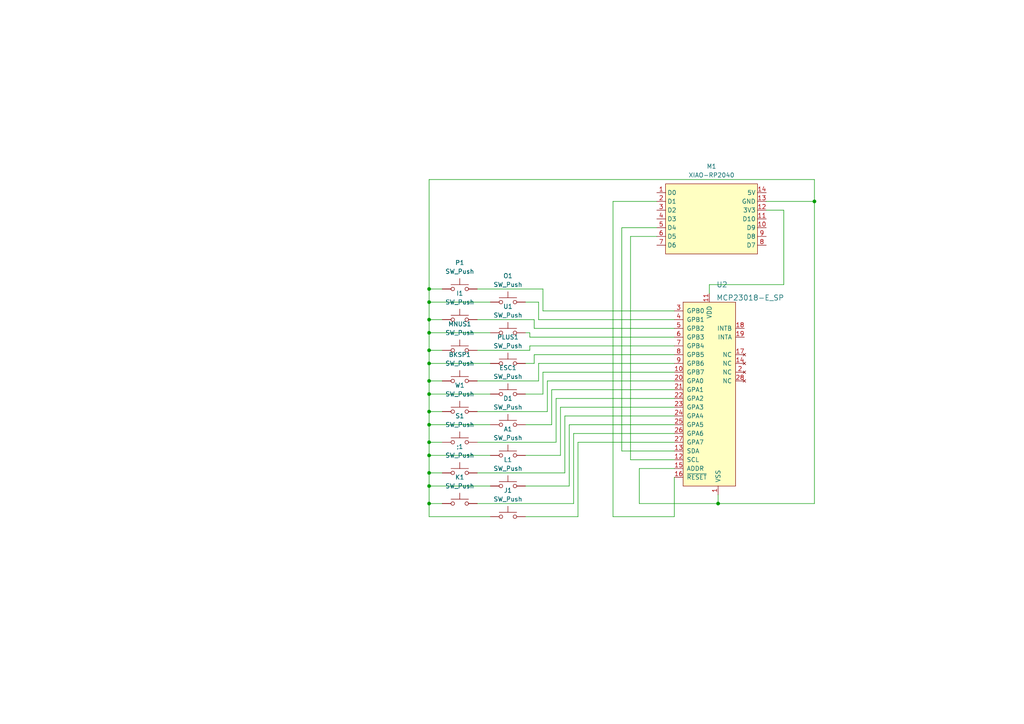
<source format=kicad_sch>
(kicad_sch (version 20211123) (generator eeschema)
  (paper "A4")
  (lib_symbols
    (symbol "Switch:SW_Push" (pin_numbers hide) (pin_names (offset 1.016) hide)
      (property "Reference" "SW" (at 1.27 2.54 0))
      (property "Value" "SW_Push" (at 0 -1.524 0))
      (symbol "SW_Push_0_1"
        (circle (center -2.032 0) (radius 0.508))
        (polyline (pts (xy 0 1.27) (xy 0 3.048)))
        (polyline (pts (xy 2.54 1.27) (xy -2.54 1.27)))
        (circle (center 2.032 0) (radius 0.508))
        (pin passive line (at -5.08 0 0) (length 2.54) (name "1") (number "1"))
        (pin passive line (at 5.08 0 180) (length 2.54) (name "2") (number "2"))
      )
    )
    (symbol "dk_Interface-I-O-Expanders:MCP23018-E_SP" (pin_names (offset 1.016))
      (property "Reference" "U" (at -2.54 19.05 0))
      (property "Value" "MCP23018-E_SP" (at 2.54 -22.86 90))
      (symbol "MCP23018-E_SP_0_1"
        (rectangle (start -5.08 17.78) (end 10.16 -35.56) (fill (type background)))
      )
      (symbol "MCP23018-E_SP_1_1"
        (pin power_in line (at 5.08 -38.1 90) (length 2.54) (name "VSS") (number "1"))
        (pin bidirectional line (at -7.62 -2.54 0) (length 2.54) (name "GPB7") (number "10"))
        (pin power_in line (at 2.54 20.32 270) (length 2.54) (name "VDD") (number "11"))
        (pin input line (at -7.62 -27.94 0) (length 2.54) (name "SCL") (number "12"))
        (pin bidirectional line (at -7.62 -25.4 0) (length 2.54) (name "SDA") (number "13"))
        (pin no_connect line (at 12.7 0 180) (length 2.54) (name "NC") (number "14"))
        (pin input line (at -7.62 -30.48 0) (length 2.54) (name "ADDR") (number "15"))
        (pin input line (at -7.62 -33.02 0) (length 2.54) (name "~{RESET}") (number "16"))
        (pin no_connect line (at 12.7 2.54 180) (length 2.54) (name "NC") (number "17"))
        (pin output line (at 12.7 10.16 180) (length 2.54) (name "INTB") (number "18"))
        (pin output line (at 12.7 7.62 180) (length 2.54) (name "INTA") (number "19"))
        (pin no_connect line (at 12.7 -2.54 180) (length 2.54) (name "NC") (number "2"))
        (pin bidirectional line (at -7.62 -5.08 0) (length 2.54) (name "GPA0") (number "20"))
        (pin bidirectional line (at -7.62 -7.62 0) (length 2.54) (name "GPA1") (number "21"))
        (pin bidirectional line (at -7.62 -10.16 0) (length 2.54) (name "GPA2") (number "22"))
        (pin bidirectional line (at -7.62 -12.7 0) (length 2.54) (name "GPA3") (number "23"))
        (pin bidirectional line (at -7.62 -15.24 0) (length 2.54) (name "GPA4") (number "24"))
        (pin bidirectional line (at -7.62 -17.78 0) (length 2.54) (name "GPA5") (number "25"))
        (pin bidirectional line (at -7.62 -20.32 0) (length 2.54) (name "GPA6") (number "26"))
        (pin bidirectional line (at -7.62 -22.86 0) (length 2.54) (name "GPA7") (number "27"))
        (pin no_connect line (at 12.7 -5.08 180) (length 2.54) (name "NC") (number "28"))
        (pin bidirectional line (at -7.62 15.24 0) (length 2.54) (name "GPB0") (number "3"))
        (pin bidirectional line (at -7.62 12.7 0) (length 2.54) (name "GPB1") (number "4"))
        (pin bidirectional line (at -7.62 10.16 0) (length 2.54) (name "GPB2") (number "5"))
        (pin bidirectional line (at -7.62 7.62 0) (length 2.54) (name "GPB3") (number "6"))
        (pin bidirectional line (at -7.62 5.08 0) (length 2.54) (name "GPB4") (number "7"))
        (pin bidirectional line (at -7.62 2.54 0) (length 2.54) (name "GPB5") (number "8"))
        (pin bidirectional line (at -7.62 0 0) (length 2.54) (name "GPB6") (number "9"))
      )
    )
    (symbol "xiao-rp2040:XIAO-RP2040"
      (property "Reference" "M" (at 0 0 0))
      (property "Value" "XIAO-RP2040" (at 0 2.54 0))
      (symbol "XIAO-RP2040_0_1"
        (rectangle (start -12.7 10.16) (end 13.97 -10.16) (fill (type background)))
      )
      (symbol "XIAO-RP2040_1_1"
        (pin bidirectional line (at -15.24 7.62 0) (length 2.54) (name "D0") (number "1"))
        (pin bidirectional line (at 16.51 -2.54 180) (length 2.54) (name "D9") (number "10"))
        (pin bidirectional line (at 16.51 0 180) (length 2.54) (name "D10") (number "11"))
        (pin power_in line (at 16.51 2.54 180) (length 2.54) (name "3V3") (number "12"))
        (pin power_in line (at 16.51 5.08 180) (length 2.54) (name "GND") (number "13"))
        (pin power_in line (at 16.51 7.62 180) (length 2.54) (name "5V") (number "14"))
        (pin bidirectional line (at -15.24 5.08 0) (length 2.54) (name "D1") (number "2"))
        (pin bidirectional line (at -15.24 2.54 0) (length 2.54) (name "D2") (number "3"))
        (pin bidirectional line (at -15.24 0 0) (length 2.54) (name "D3") (number "4"))
        (pin bidirectional line (at -15.24 -2.54 0) (length 2.54) (name "D4") (number "5"))
        (pin bidirectional line (at -15.24 -5.08 0) (length 2.54) (name "D5") (number "6"))
        (pin bidirectional line (at -15.24 -7.62 0) (length 2.54) (name "D6") (number "7"))
        (pin bidirectional line (at 16.51 -7.62 180) (length 2.54) (name "D7") (number "8"))
        (pin bidirectional line (at 16.51 -5.08 180) (length 2.54) (name "D8") (number "9"))
      )
    )
  )
  (junction (at 124.46 110.49))
  (junction (at 124.46 87.63))
  (junction (at 236.22 58.42))
  (junction (at 208.28 146.05))
  (junction (at 124.46 132.08))
  (junction (at 124.46 96.52))
  (junction (at 124.46 128.27))
  (junction (at 124.46 123.19))
  (junction (at 124.46 83.82))
  (junction (at 124.46 146.05))
  (junction (at 124.46 140.97))
  (junction (at 124.46 101.6))
  (junction (at 124.46 105.41))
  (junction (at 124.46 92.71))
  (junction (at 124.46 114.3))
  (junction (at 124.46 137.16))
  (junction (at 124.46 119.38))
  (wire (pts (xy 185.42 135.89) (xy 195.58 135.89)))
  (wire (pts (xy 156.21 110.49) (xy 156.21 105.41)))
  (wire (pts (xy 152.4 96.52) (xy 153.67 96.52)))
  (wire (pts (xy 154.94 102.87) (xy 195.58 102.87)))
  (wire (pts (xy 167.64 149.86) (xy 167.64 128.27)))
  (wire (pts (xy 156.21 92.71) (xy 156.21 87.63)))
  (wire (pts (xy 222.25 58.42) (xy 236.22 58.42)))
  (wire (pts (xy 124.46 110.49) (xy 128.27 110.49)))
  (wire (pts (xy 195.58 149.86) (xy 177.8 149.86)))
  (wire (pts (xy 156.21 87.63) (xy 152.4 87.63)))
  (wire (pts (xy 236.22 52.07) (xy 124.46 52.07)))
  (wire (pts (xy 124.46 101.6) (xy 124.46 105.41)))
  (wire (pts (xy 154.94 95.25) (xy 195.58 95.25)))
  (wire (pts (xy 182.88 68.58) (xy 182.88 133.35)))
  (wire (pts (xy 124.46 140.97) (xy 124.46 146.05)))
  (wire (pts (xy 195.58 138.43) (xy 195.58 149.86)))
  (wire (pts (xy 190.5 68.58) (xy 182.88 68.58)))
  (wire (pts (xy 138.43 146.05) (xy 166.37 146.05)))
  (wire (pts (xy 160.02 113.03) (xy 195.58 113.03)))
  (wire (pts (xy 158.75 110.49) (xy 158.75 119.38)))
  (wire (pts (xy 208.28 146.05) (xy 208.28 143.51)))
  (wire (pts (xy 124.46 105.41) (xy 142.24 105.41)))
  (wire (pts (xy 124.46 119.38) (xy 128.27 119.38)))
  (wire (pts (xy 124.46 105.41) (xy 124.46 110.49)))
  (wire (pts (xy 124.46 137.16) (xy 128.27 137.16)))
  (wire (pts (xy 124.46 123.19) (xy 142.24 123.19)))
  (wire (pts (xy 124.46 92.71) (xy 128.27 92.71)))
  (wire (pts (xy 166.37 146.05) (xy 166.37 125.73)))
  (wire (pts (xy 154.94 105.41) (xy 154.94 102.87)))
  (wire (pts (xy 138.43 137.16) (xy 163.83 137.16)))
  (wire (pts (xy 124.46 128.27) (xy 128.27 128.27)))
  (wire (pts (xy 185.42 146.05) (xy 185.42 135.89)))
  (wire (pts (xy 160.02 123.19) (xy 160.02 113.03)))
  (wire (pts (xy 182.88 133.35) (xy 195.58 133.35)))
  (wire (pts (xy 180.34 66.04) (xy 180.34 130.81)))
  (wire (pts (xy 138.43 101.6) (xy 153.67 101.6)))
  (wire (pts (xy 124.46 137.16) (xy 124.46 140.97)))
  (wire (pts (xy 236.22 58.42) (xy 236.22 146.05)))
  (wire (pts (xy 222.25 60.96) (xy 227.33 60.96)))
  (wire (pts (xy 236.22 58.42) (xy 236.22 52.07)))
  (wire (pts (xy 161.29 115.57) (xy 195.58 115.57)))
  (wire (pts (xy 124.46 83.82) (xy 124.46 87.63)))
  (wire (pts (xy 124.46 83.82) (xy 128.27 83.82)))
  (wire (pts (xy 153.67 101.6) (xy 153.67 100.33)))
  (wire (pts (xy 236.22 146.05) (xy 208.28 146.05)))
  (wire (pts (xy 142.24 114.3) (xy 124.46 114.3)))
  (wire (pts (xy 152.4 149.86) (xy 167.64 149.86)))
  (wire (pts (xy 227.33 82.55) (xy 205.74 82.55)))
  (wire (pts (xy 124.46 96.52) (xy 142.24 96.52)))
  (wire (pts (xy 152.4 140.97) (xy 165.1 140.97)))
  (wire (pts (xy 190.5 66.04) (xy 180.34 66.04)))
  (wire (pts (xy 163.83 120.65) (xy 195.58 120.65)))
  (wire (pts (xy 227.33 60.96) (xy 227.33 82.55)))
  (wire (pts (xy 157.48 83.82) (xy 157.48 90.17)))
  (wire (pts (xy 124.46 110.49) (xy 124.46 114.3)))
  (wire (pts (xy 157.48 90.17) (xy 195.58 90.17)))
  (wire (pts (xy 138.43 83.82) (xy 157.48 83.82)))
  (wire (pts (xy 124.46 146.05) (xy 128.27 146.05)))
  (wire (pts (xy 124.46 123.19) (xy 124.46 128.27)))
  (wire (pts (xy 153.67 97.79) (xy 195.58 97.79)))
  (wire (pts (xy 177.8 58.42) (xy 190.5 58.42)))
  (wire (pts (xy 162.56 132.08) (xy 162.56 118.11)))
  (wire (pts (xy 195.58 92.71) (xy 156.21 92.71)))
  (wire (pts (xy 165.1 140.97) (xy 165.1 123.19)))
  (wire (pts (xy 124.46 96.52) (xy 124.46 101.6)))
  (wire (pts (xy 124.46 87.63) (xy 142.24 87.63)))
  (wire (pts (xy 138.43 128.27) (xy 161.29 128.27)))
  (wire (pts (xy 153.67 96.52) (xy 153.67 97.79)))
  (wire (pts (xy 152.4 123.19) (xy 160.02 123.19)))
  (wire (pts (xy 138.43 92.71) (xy 154.94 92.71)))
  (wire (pts (xy 165.1 123.19) (xy 195.58 123.19)))
  (wire (pts (xy 152.4 105.41) (xy 154.94 105.41)))
  (wire (pts (xy 124.46 146.05) (xy 124.46 149.86)))
  (wire (pts (xy 124.46 128.27) (xy 124.46 132.08)))
  (wire (pts (xy 124.46 119.38) (xy 124.46 123.19)))
  (wire (pts (xy 124.46 140.97) (xy 142.24 140.97)))
  (wire (pts (xy 154.94 92.71) (xy 154.94 95.25)))
  (wire (pts (xy 156.21 105.41) (xy 195.58 105.41)))
  (wire (pts (xy 166.37 125.73) (xy 195.58 125.73)))
  (wire (pts (xy 167.64 128.27) (xy 195.58 128.27)))
  (wire (pts (xy 124.46 149.86) (xy 142.24 149.86)))
  (wire (pts (xy 152.4 114.3) (xy 157.48 114.3)))
  (wire (pts (xy 158.75 119.38) (xy 138.43 119.38)))
  (wire (pts (xy 153.67 100.33) (xy 195.58 100.33)))
  (wire (pts (xy 157.48 107.95) (xy 195.58 107.95)))
  (wire (pts (xy 177.8 149.86) (xy 177.8 58.42)))
  (wire (pts (xy 162.56 118.11) (xy 195.58 118.11)))
  (wire (pts (xy 180.34 130.81) (xy 195.58 130.81)))
  (wire (pts (xy 205.74 82.55) (xy 205.74 85.09)))
  (wire (pts (xy 124.46 87.63) (xy 124.46 92.71)))
  (wire (pts (xy 152.4 132.08) (xy 162.56 132.08)))
  (wire (pts (xy 124.46 52.07) (xy 124.46 83.82)))
  (wire (pts (xy 124.46 132.08) (xy 124.46 137.16)))
  (wire (pts (xy 208.28 146.05) (xy 185.42 146.05)))
  (wire (pts (xy 124.46 101.6) (xy 128.27 101.6)))
  (wire (pts (xy 163.83 137.16) (xy 163.83 120.65)))
  (wire (pts (xy 195.58 110.49) (xy 158.75 110.49)))
  (wire (pts (xy 124.46 114.3) (xy 124.46 119.38)))
  (wire (pts (xy 124.46 132.08) (xy 142.24 132.08)))
  (wire (pts (xy 124.46 92.71) (xy 124.46 96.52)))
  (wire (pts (xy 161.29 128.27) (xy 161.29 115.57)))
  (wire (pts (xy 157.48 114.3) (xy 157.48 107.95)))
  (wire (pts (xy 138.43 110.49) (xy 156.21 110.49)))
  (symbol (lib_id "Switch:SW_Push") (at 133.35 101.6 0) (unit 1)
    (property "Reference" "MNUS1" (at 133.35 93.98 0))
    (property "Value" "SW_Push" (at 133.35 96.52 0))
    (property "Footprint" "Button_Switch_THT:SW_PUSH_6mm" (effects hide))
  )
  (symbol (lib_id "Switch:SW_Push") (at 147.32 140.97 0) (unit 1)
    (property "Reference" "L1" (at 147.32 133.35 0))
    (property "Value" "SW_Push" (at 147.32 135.89 0))
    (property "Footprint" "keyswitches:Kailh_socket_MX" (effects hide))
  )
  (symbol (lib_id "Switch:SW_Push") (at 133.35 137.16 0) (unit 1)
    (property "Reference" ";1" (at 133.35 129.54 0))
    (property "Value" "SW_Push" (at 133.35 132.08 0))
    (property "Footprint" "keyswitches:Kailh_socket_MX" (effects hide))
  )
  (symbol (lib_id "Switch:SW_Push") (at 147.32 96.52 0) (unit 1)
    (property "Reference" "U1" (at 147.32 88.9 0))
    (property "Value" "SW_Push" (at 147.32 91.44 0))
    (property "Footprint" "keyswitches:Kailh_socket_MX" (effects hide))
  )
  (symbol (lib_id "Switch:SW_Push") (at 133.35 119.38 0) (unit 1)
    (property "Reference" "W1" (at 133.35 111.76 0))
    (property "Value" "SW_Push" (at 133.35 114.3 0))
    (property "Footprint" "keyswitches:Kailh_socket_MX" (effects hide))
  )
  (symbol (lib_id "Switch:SW_Push") (at 147.32 132.08 0) (unit 1)
    (property "Reference" "A1" (at 147.32 124.46 0))
    (property "Value" "SW_Push" (at 147.32 127 0))
    (property "Footprint" "keyswitches:Kailh_socket_MX" (effects hide))
  )
  (symbol (lib_id "Switch:SW_Push") (at 133.35 83.82 0) (unit 1)
    (property "Reference" "P1" (at 133.35 76.2 0))
    (property "Value" "SW_Push" (at 133.35 78.74 0))
    (property "Footprint" "keyswitches:Kailh_socket_MX" (effects hide))
  )
  (symbol (lib_id "Switch:SW_Push") (at 133.35 92.71 0) (unit 1)
    (property "Reference" "I1" (at 133.35 85.09 0))
    (property "Value" "SW_Push" (at 133.35 87.63 0))
    (property "Footprint" "keyswitches:Kailh_socket_MX" (effects hide))
  )
  (symbol (lib_id "Switch:SW_Push") (at 133.35 146.05 0) (unit 1)
    (property "Reference" "K1" (at 133.35 138.43 0))
    (property "Value" "SW_Push" (at 133.35 140.97 0))
    (property "Footprint" "keyswitches:Kailh_socket_MX" (effects hide))
  )
  (symbol (lib_id "Switch:SW_Push") (at 147.32 105.41 0) (unit 1)
    (property "Reference" "PLUS1" (at 147.32 97.79 0))
    (property "Value" "SW_Push" (at 147.32 100.33 0))
    (property "Footprint" "Button_Switch_THT:SW_PUSH_6mm" (effects hide))
  )
  (symbol (lib_id "Switch:SW_Push") (at 147.32 87.63 0) (unit 1)
    (property "Reference" "O1" (at 147.32 80.01 0))
    (property "Value" "SW_Push" (at 147.32 82.55 0))
    (property "Footprint" "keyswitches:Kailh_socket_MX" (effects hide))
  )
  (symbol (lib_id "dk_Interface-I-O-Expanders:MCP23018-E_SP") (at 203.2 105.41 0) (unit 1)
    (property "Reference" "U2" (at 207.7594 82.55 0) (effects (font (size 1.524 1.524)) (justify left)))
    (property "Value" "MCP23018-E_SP" (at 207.7594 86.36 0) (effects (font (size 1.524 1.524)) (justify left)))
    (property "Footprint" "digikey-footprints:DIP-28_W7.62mm" (effects hide))
    (property "Datasheet" "http://www.microchip.com/mymicrochip/filehandler.aspx?ddocname=en537442" (effects hide))
    (property "Digi-Key_PN" "MCP23018-E/SP-ND" (effects hide))
    (property "MPN" "MCP23018-E/SP" (effects hide))
    (property "Category" "Integrated Circuits (ICs)" (effects hide))
    (property "Family" "Interface - I/O Expanders" (effects hide))
    (property "DK_Datasheet_Link" "http://www.microchip.com/mymicrochip/filehandler.aspx?ddocname=en537442" (effects hide))
    (property "DK_Detail_Page" "/product-detail/en/microchip-technology/MCP23018-E-SP/MCP23018-E-SP-ND/1999505" (effects hide))
    (property "Description" "IC I/O EXPANDER I2C 16B 28SDIP" (effects hide))
    (property "Manufacturer" "Microchip Technology" (effects hide))
    (property "Status" "Active" (effects hide))
  )
  (symbol (lib_id "Switch:SW_Push") (at 133.35 110.49 0) (unit 1)
    (property "Reference" "BKSP1" (at 133.35 102.87 0))
    (property "Value" "SW_Push" (at 133.35 105.41 0))
    (property "Footprint" "Button_Switch_THT:SW_PUSH_6mm" (effects hide))
  )
  (symbol (lib_id "Switch:SW_Push") (at 133.35 128.27 0) (unit 1)
    (property "Reference" "S1" (at 133.35 120.65 0))
    (property "Value" "SW_Push" (at 133.35 123.19 0))
    (property "Footprint" "keyswitches:Kailh_socket_MX" (effects hide))
  )
  (symbol (lib_id "xiao-rp2040:XIAO-RP2040") (at 205.74 63.5 0) (unit 1)
    (property "Reference" "M1" (at 206.375 48.26 0))
    (property "Value" "XIAO-RP2040" (at 206.375 50.8 0))
    (property "Footprint" "kb_lib:XIAO-RP2040" (effects hide))
  )
  (symbol (lib_id "Switch:SW_Push") (at 147.32 149.86 0) (unit 1)
    (property "Reference" "J1" (at 147.32 142.24 0))
    (property "Value" "SW_Push" (at 147.32 144.78 0))
    (property "Footprint" "keyswitches:Kailh_socket_MX" (effects hide))
  )
  (symbol (lib_id "Switch:SW_Push") (at 147.32 114.3 0) (unit 1)
    (property "Reference" "ESC1" (at 147.32 106.68 0))
    (property "Value" "SW_Push" (at 147.32 109.22 0))
    (property "Footprint" "Button_Switch_THT:SW_PUSH_6mm" (effects hide))
  )
  (symbol (lib_id "Switch:SW_Push") (at 147.32 123.19 0) (unit 1)
    (property "Reference" "D1" (at 147.32 115.57 0))
    (property "Value" "SW_Push" (at 147.32 118.11 0))
    (property "Footprint" "keyswitches:Kailh_socket_MX" (effects hide))
  )
)
</source>
